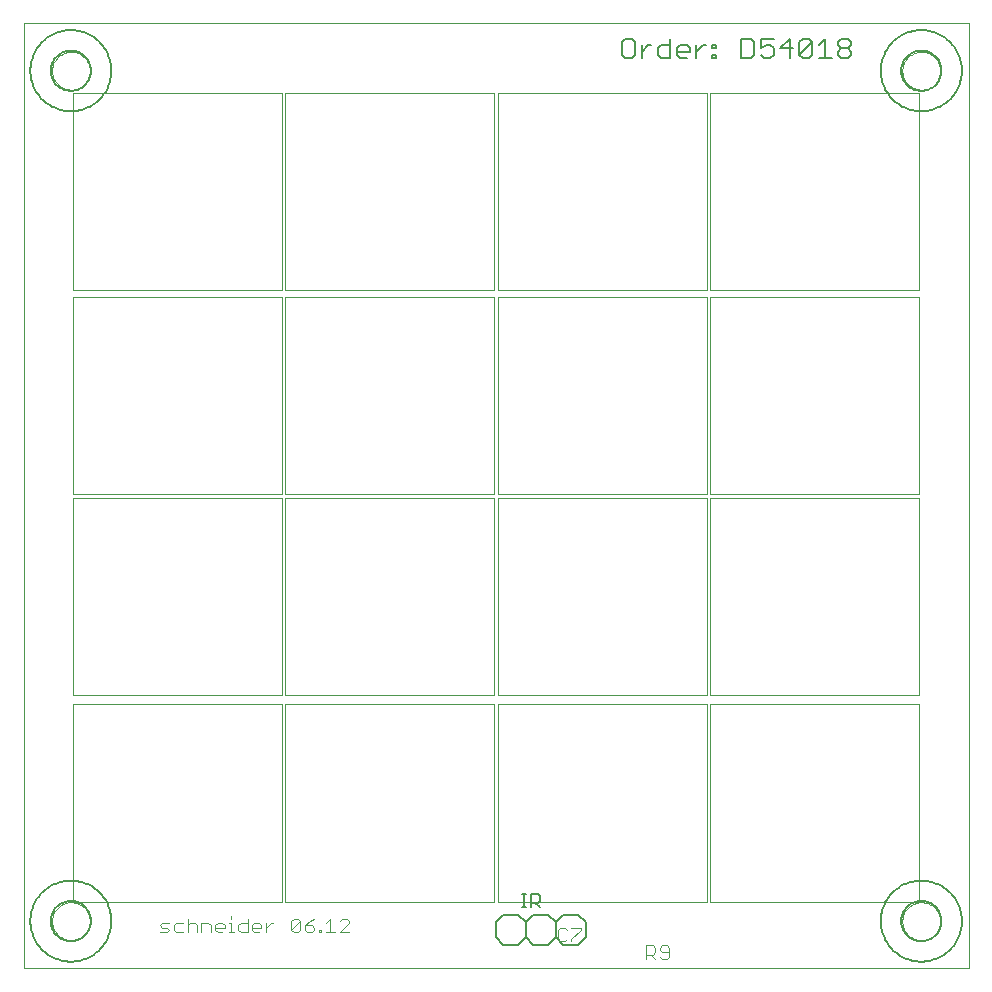
<source format=gto>
G75*
G70*
%OFA0B0*%
%FSLAX24Y24*%
%IPPOS*%
%LPD*%
%AMOC8*
5,1,8,0,0,1.08239X$1,22.5*
%
%ADD10C,0.0000*%
%ADD11C,0.0040*%
%ADD12C,0.0060*%
%ADD13C,0.0080*%
%ADD14C,0.0050*%
D10*
X001723Y000125D02*
X001723Y031621D01*
X033219Y031621D01*
X033219Y000125D01*
X001723Y000125D01*
X002668Y001700D02*
X002670Y001750D01*
X002676Y001800D01*
X002686Y001849D01*
X002700Y001897D01*
X002717Y001944D01*
X002738Y001989D01*
X002763Y002033D01*
X002791Y002074D01*
X002823Y002113D01*
X002857Y002150D01*
X002894Y002184D01*
X002934Y002214D01*
X002976Y002241D01*
X003020Y002265D01*
X003066Y002286D01*
X003113Y002302D01*
X003161Y002315D01*
X003211Y002324D01*
X003260Y002329D01*
X003311Y002330D01*
X003361Y002327D01*
X003410Y002320D01*
X003459Y002309D01*
X003507Y002294D01*
X003553Y002276D01*
X003598Y002254D01*
X003641Y002228D01*
X003682Y002199D01*
X003721Y002167D01*
X003757Y002132D01*
X003789Y002094D01*
X003819Y002054D01*
X003846Y002011D01*
X003869Y001967D01*
X003888Y001921D01*
X003904Y001873D01*
X003916Y001824D01*
X003924Y001775D01*
X003928Y001725D01*
X003928Y001675D01*
X003924Y001625D01*
X003916Y001576D01*
X003904Y001527D01*
X003888Y001479D01*
X003869Y001433D01*
X003846Y001389D01*
X003819Y001346D01*
X003789Y001306D01*
X003757Y001268D01*
X003721Y001233D01*
X003682Y001201D01*
X003641Y001172D01*
X003598Y001146D01*
X003553Y001124D01*
X003507Y001106D01*
X003459Y001091D01*
X003410Y001080D01*
X003361Y001073D01*
X003311Y001070D01*
X003260Y001071D01*
X003211Y001076D01*
X003161Y001085D01*
X003113Y001098D01*
X003066Y001114D01*
X003020Y001135D01*
X002976Y001159D01*
X002934Y001186D01*
X002894Y001216D01*
X002857Y001250D01*
X002823Y001287D01*
X002791Y001326D01*
X002763Y001367D01*
X002738Y001411D01*
X002717Y001456D01*
X002700Y001503D01*
X002686Y001551D01*
X002676Y001600D01*
X002670Y001650D01*
X002668Y001700D01*
X003357Y002350D02*
X003357Y008924D01*
X010325Y008924D01*
X010325Y002350D01*
X003357Y002350D01*
X010444Y002350D02*
X010444Y008924D01*
X017412Y008924D01*
X017412Y002350D01*
X010444Y002350D01*
X017530Y002350D02*
X017530Y008924D01*
X024499Y008924D01*
X024499Y002350D01*
X017530Y002350D01*
X024617Y002350D02*
X024617Y008924D01*
X031585Y008924D01*
X031585Y002350D01*
X024617Y002350D01*
X031014Y001700D02*
X031016Y001750D01*
X031022Y001800D01*
X031032Y001849D01*
X031046Y001897D01*
X031063Y001944D01*
X031084Y001989D01*
X031109Y002033D01*
X031137Y002074D01*
X031169Y002113D01*
X031203Y002150D01*
X031240Y002184D01*
X031280Y002214D01*
X031322Y002241D01*
X031366Y002265D01*
X031412Y002286D01*
X031459Y002302D01*
X031507Y002315D01*
X031557Y002324D01*
X031606Y002329D01*
X031657Y002330D01*
X031707Y002327D01*
X031756Y002320D01*
X031805Y002309D01*
X031853Y002294D01*
X031899Y002276D01*
X031944Y002254D01*
X031987Y002228D01*
X032028Y002199D01*
X032067Y002167D01*
X032103Y002132D01*
X032135Y002094D01*
X032165Y002054D01*
X032192Y002011D01*
X032215Y001967D01*
X032234Y001921D01*
X032250Y001873D01*
X032262Y001824D01*
X032270Y001775D01*
X032274Y001725D01*
X032274Y001675D01*
X032270Y001625D01*
X032262Y001576D01*
X032250Y001527D01*
X032234Y001479D01*
X032215Y001433D01*
X032192Y001389D01*
X032165Y001346D01*
X032135Y001306D01*
X032103Y001268D01*
X032067Y001233D01*
X032028Y001201D01*
X031987Y001172D01*
X031944Y001146D01*
X031899Y001124D01*
X031853Y001106D01*
X031805Y001091D01*
X031756Y001080D01*
X031707Y001073D01*
X031657Y001070D01*
X031606Y001071D01*
X031557Y001076D01*
X031507Y001085D01*
X031459Y001098D01*
X031412Y001114D01*
X031366Y001135D01*
X031322Y001159D01*
X031280Y001186D01*
X031240Y001216D01*
X031203Y001250D01*
X031169Y001287D01*
X031137Y001326D01*
X031109Y001367D01*
X031084Y001411D01*
X031063Y001456D01*
X031046Y001503D01*
X031032Y001551D01*
X031022Y001600D01*
X031016Y001650D01*
X031014Y001700D01*
X031585Y009239D02*
X024617Y009239D01*
X024617Y015814D01*
X031585Y015814D01*
X031585Y009239D01*
X024499Y009239D02*
X024499Y015814D01*
X017530Y015814D01*
X017530Y009239D01*
X024499Y009239D01*
X024499Y015932D02*
X017530Y015932D01*
X017530Y022507D01*
X024499Y022507D01*
X024499Y015932D01*
X024617Y015932D02*
X024617Y022507D01*
X031585Y022507D01*
X031585Y015932D01*
X024617Y015932D01*
X024617Y022724D02*
X031585Y022724D01*
X031585Y029298D01*
X024617Y029298D01*
X024617Y022724D01*
X024499Y022724D02*
X024499Y029298D01*
X017530Y029298D01*
X017530Y022724D01*
X024499Y022724D01*
X017412Y022724D02*
X017412Y029298D01*
X010444Y029298D01*
X010444Y022724D01*
X017412Y022724D01*
X017412Y022507D02*
X010444Y022507D01*
X010444Y015932D01*
X017412Y015932D01*
X017412Y022507D01*
X010325Y022507D02*
X010325Y015932D01*
X003357Y015932D01*
X003357Y022507D01*
X010325Y022507D01*
X010325Y022724D02*
X010325Y029298D01*
X003357Y029298D01*
X003357Y022724D01*
X010325Y022724D01*
X010325Y015814D02*
X003357Y015814D01*
X003357Y009239D01*
X010325Y009239D01*
X010325Y015814D01*
X010444Y015814D02*
X010444Y009239D01*
X017412Y009239D01*
X017412Y015814D01*
X010444Y015814D01*
X002668Y030046D02*
X002670Y030096D01*
X002676Y030146D01*
X002686Y030195D01*
X002700Y030243D01*
X002717Y030290D01*
X002738Y030335D01*
X002763Y030379D01*
X002791Y030420D01*
X002823Y030459D01*
X002857Y030496D01*
X002894Y030530D01*
X002934Y030560D01*
X002976Y030587D01*
X003020Y030611D01*
X003066Y030632D01*
X003113Y030648D01*
X003161Y030661D01*
X003211Y030670D01*
X003260Y030675D01*
X003311Y030676D01*
X003361Y030673D01*
X003410Y030666D01*
X003459Y030655D01*
X003507Y030640D01*
X003553Y030622D01*
X003598Y030600D01*
X003641Y030574D01*
X003682Y030545D01*
X003721Y030513D01*
X003757Y030478D01*
X003789Y030440D01*
X003819Y030400D01*
X003846Y030357D01*
X003869Y030313D01*
X003888Y030267D01*
X003904Y030219D01*
X003916Y030170D01*
X003924Y030121D01*
X003928Y030071D01*
X003928Y030021D01*
X003924Y029971D01*
X003916Y029922D01*
X003904Y029873D01*
X003888Y029825D01*
X003869Y029779D01*
X003846Y029735D01*
X003819Y029692D01*
X003789Y029652D01*
X003757Y029614D01*
X003721Y029579D01*
X003682Y029547D01*
X003641Y029518D01*
X003598Y029492D01*
X003553Y029470D01*
X003507Y029452D01*
X003459Y029437D01*
X003410Y029426D01*
X003361Y029419D01*
X003311Y029416D01*
X003260Y029417D01*
X003211Y029422D01*
X003161Y029431D01*
X003113Y029444D01*
X003066Y029460D01*
X003020Y029481D01*
X002976Y029505D01*
X002934Y029532D01*
X002894Y029562D01*
X002857Y029596D01*
X002823Y029633D01*
X002791Y029672D01*
X002763Y029713D01*
X002738Y029757D01*
X002717Y029802D01*
X002700Y029849D01*
X002686Y029897D01*
X002676Y029946D01*
X002670Y029996D01*
X002668Y030046D01*
X031014Y030046D02*
X031016Y030096D01*
X031022Y030146D01*
X031032Y030195D01*
X031046Y030243D01*
X031063Y030290D01*
X031084Y030335D01*
X031109Y030379D01*
X031137Y030420D01*
X031169Y030459D01*
X031203Y030496D01*
X031240Y030530D01*
X031280Y030560D01*
X031322Y030587D01*
X031366Y030611D01*
X031412Y030632D01*
X031459Y030648D01*
X031507Y030661D01*
X031557Y030670D01*
X031606Y030675D01*
X031657Y030676D01*
X031707Y030673D01*
X031756Y030666D01*
X031805Y030655D01*
X031853Y030640D01*
X031899Y030622D01*
X031944Y030600D01*
X031987Y030574D01*
X032028Y030545D01*
X032067Y030513D01*
X032103Y030478D01*
X032135Y030440D01*
X032165Y030400D01*
X032192Y030357D01*
X032215Y030313D01*
X032234Y030267D01*
X032250Y030219D01*
X032262Y030170D01*
X032270Y030121D01*
X032274Y030071D01*
X032274Y030021D01*
X032270Y029971D01*
X032262Y029922D01*
X032250Y029873D01*
X032234Y029825D01*
X032215Y029779D01*
X032192Y029735D01*
X032165Y029692D01*
X032135Y029652D01*
X032103Y029614D01*
X032067Y029579D01*
X032028Y029547D01*
X031987Y029518D01*
X031944Y029492D01*
X031899Y029470D01*
X031853Y029452D01*
X031805Y029437D01*
X031756Y029426D01*
X031707Y029419D01*
X031657Y029416D01*
X031606Y029417D01*
X031557Y029422D01*
X031507Y029431D01*
X031459Y029444D01*
X031412Y029460D01*
X031366Y029481D01*
X031322Y029505D01*
X031280Y029532D01*
X031240Y029562D01*
X031203Y029596D01*
X031169Y029633D01*
X031137Y029672D01*
X031109Y029713D01*
X031084Y029757D01*
X031063Y029802D01*
X031046Y029849D01*
X031032Y029897D01*
X031022Y029946D01*
X031016Y029996D01*
X031014Y030046D01*
D11*
X012486Y001787D02*
X012333Y001787D01*
X012256Y001710D01*
X012486Y001787D02*
X012563Y001710D01*
X012563Y001633D01*
X012256Y001326D01*
X012563Y001326D01*
X012102Y001326D02*
X011795Y001326D01*
X011642Y001326D02*
X011565Y001326D01*
X011565Y001403D01*
X011642Y001403D01*
X011642Y001326D01*
X011412Y001403D02*
X011412Y001480D01*
X011335Y001556D01*
X011105Y001556D01*
X011105Y001403D01*
X011182Y001326D01*
X011335Y001326D01*
X011412Y001403D01*
X011258Y001710D02*
X011105Y001556D01*
X010951Y001403D02*
X010875Y001326D01*
X010721Y001326D01*
X010644Y001403D01*
X010951Y001710D01*
X010951Y001403D01*
X010644Y001403D02*
X010644Y001710D01*
X010721Y001787D01*
X010875Y001787D01*
X010951Y001710D01*
X011258Y001710D02*
X011412Y001787D01*
X011795Y001633D02*
X011949Y001787D01*
X011949Y001326D01*
X010031Y001633D02*
X009954Y001633D01*
X009800Y001480D01*
X009647Y001480D02*
X009340Y001480D01*
X009340Y001556D02*
X009417Y001633D01*
X009570Y001633D01*
X009647Y001556D01*
X009647Y001480D01*
X009570Y001326D02*
X009417Y001326D01*
X009340Y001403D01*
X009340Y001556D01*
X009187Y001633D02*
X008956Y001633D01*
X008880Y001556D01*
X008880Y001403D01*
X008956Y001326D01*
X009187Y001326D01*
X009187Y001787D01*
X008649Y001787D02*
X008649Y001863D01*
X008649Y001633D02*
X008649Y001326D01*
X008573Y001326D02*
X008726Y001326D01*
X008649Y001633D02*
X008573Y001633D01*
X008419Y001556D02*
X008419Y001480D01*
X008112Y001480D01*
X008112Y001556D02*
X008189Y001633D01*
X008342Y001633D01*
X008419Y001556D01*
X008342Y001326D02*
X008189Y001326D01*
X008112Y001403D01*
X008112Y001556D01*
X007959Y001556D02*
X007882Y001633D01*
X007652Y001633D01*
X007652Y001326D01*
X007498Y001326D02*
X007498Y001556D01*
X007422Y001633D01*
X007268Y001633D01*
X007191Y001556D01*
X007038Y001633D02*
X006808Y001633D01*
X006731Y001556D01*
X006731Y001403D01*
X006808Y001326D01*
X007038Y001326D01*
X007191Y001326D02*
X007191Y001787D01*
X006578Y001633D02*
X006347Y001633D01*
X006271Y001556D01*
X006347Y001480D01*
X006501Y001480D01*
X006578Y001403D01*
X006501Y001326D01*
X006271Y001326D01*
X007959Y001326D02*
X007959Y001556D01*
X009800Y001633D02*
X009800Y001326D01*
X019523Y001407D02*
X019523Y001100D01*
X019600Y001023D01*
X019753Y001023D01*
X019830Y001100D01*
X019984Y001100D02*
X019984Y001023D01*
X019984Y001100D02*
X020290Y001407D01*
X020290Y001484D01*
X019984Y001484D01*
X019830Y001407D02*
X019753Y001484D01*
X019600Y001484D01*
X019523Y001407D01*
X022476Y000893D02*
X022476Y000433D01*
X022476Y000586D02*
X022706Y000586D01*
X022783Y000663D01*
X022783Y000816D01*
X022706Y000893D01*
X022476Y000893D01*
X022629Y000586D02*
X022783Y000433D01*
X022936Y000509D02*
X023013Y000433D01*
X023166Y000433D01*
X023243Y000509D01*
X023243Y000816D01*
X023166Y000893D01*
X023013Y000893D01*
X022936Y000816D01*
X022936Y000740D01*
X023013Y000663D01*
X023243Y000663D01*
D12*
X020467Y001155D02*
X020217Y000905D01*
X019717Y000905D01*
X019467Y001155D01*
X019217Y000905D01*
X018717Y000905D01*
X018467Y001155D01*
X018217Y000905D01*
X017717Y000905D01*
X017467Y001155D01*
X017467Y001655D01*
X017717Y001905D01*
X018217Y001905D01*
X018467Y001655D01*
X018717Y001905D01*
X019217Y001905D01*
X019467Y001655D01*
X019717Y001905D01*
X020217Y001905D01*
X020467Y001655D01*
X020467Y001155D01*
X019467Y001155D02*
X019467Y001655D01*
X018467Y001655D02*
X018467Y001155D01*
X030294Y001700D02*
X030296Y001773D01*
X030302Y001846D01*
X030312Y001918D01*
X030326Y001990D01*
X030343Y002061D01*
X030365Y002131D01*
X030390Y002200D01*
X030419Y002267D01*
X030451Y002332D01*
X030487Y002396D01*
X030527Y002458D01*
X030569Y002517D01*
X030615Y002574D01*
X030664Y002628D01*
X030716Y002680D01*
X030770Y002729D01*
X030827Y002775D01*
X030886Y002817D01*
X030948Y002857D01*
X031012Y002893D01*
X031077Y002925D01*
X031144Y002954D01*
X031213Y002979D01*
X031283Y003001D01*
X031354Y003018D01*
X031426Y003032D01*
X031498Y003042D01*
X031571Y003048D01*
X031644Y003050D01*
X031717Y003048D01*
X031790Y003042D01*
X031862Y003032D01*
X031934Y003018D01*
X032005Y003001D01*
X032075Y002979D01*
X032144Y002954D01*
X032211Y002925D01*
X032276Y002893D01*
X032340Y002857D01*
X032402Y002817D01*
X032461Y002775D01*
X032518Y002729D01*
X032572Y002680D01*
X032624Y002628D01*
X032673Y002574D01*
X032719Y002517D01*
X032761Y002458D01*
X032801Y002396D01*
X032837Y002332D01*
X032869Y002267D01*
X032898Y002200D01*
X032923Y002131D01*
X032945Y002061D01*
X032962Y001990D01*
X032976Y001918D01*
X032986Y001846D01*
X032992Y001773D01*
X032994Y001700D01*
X032992Y001627D01*
X032986Y001554D01*
X032976Y001482D01*
X032962Y001410D01*
X032945Y001339D01*
X032923Y001269D01*
X032898Y001200D01*
X032869Y001133D01*
X032837Y001068D01*
X032801Y001004D01*
X032761Y000942D01*
X032719Y000883D01*
X032673Y000826D01*
X032624Y000772D01*
X032572Y000720D01*
X032518Y000671D01*
X032461Y000625D01*
X032402Y000583D01*
X032340Y000543D01*
X032276Y000507D01*
X032211Y000475D01*
X032144Y000446D01*
X032075Y000421D01*
X032005Y000399D01*
X031934Y000382D01*
X031862Y000368D01*
X031790Y000358D01*
X031717Y000352D01*
X031644Y000350D01*
X031571Y000352D01*
X031498Y000358D01*
X031426Y000368D01*
X031354Y000382D01*
X031283Y000399D01*
X031213Y000421D01*
X031144Y000446D01*
X031077Y000475D01*
X031012Y000507D01*
X030948Y000543D01*
X030886Y000583D01*
X030827Y000625D01*
X030770Y000671D01*
X030716Y000720D01*
X030664Y000772D01*
X030615Y000826D01*
X030569Y000883D01*
X030527Y000942D01*
X030487Y001004D01*
X030451Y001068D01*
X030419Y001133D01*
X030390Y001200D01*
X030365Y001269D01*
X030343Y001339D01*
X030326Y001410D01*
X030312Y001482D01*
X030302Y001554D01*
X030296Y001627D01*
X030294Y001700D01*
X001948Y001700D02*
X001950Y001773D01*
X001956Y001846D01*
X001966Y001918D01*
X001980Y001990D01*
X001997Y002061D01*
X002019Y002131D01*
X002044Y002200D01*
X002073Y002267D01*
X002105Y002332D01*
X002141Y002396D01*
X002181Y002458D01*
X002223Y002517D01*
X002269Y002574D01*
X002318Y002628D01*
X002370Y002680D01*
X002424Y002729D01*
X002481Y002775D01*
X002540Y002817D01*
X002602Y002857D01*
X002666Y002893D01*
X002731Y002925D01*
X002798Y002954D01*
X002867Y002979D01*
X002937Y003001D01*
X003008Y003018D01*
X003080Y003032D01*
X003152Y003042D01*
X003225Y003048D01*
X003298Y003050D01*
X003371Y003048D01*
X003444Y003042D01*
X003516Y003032D01*
X003588Y003018D01*
X003659Y003001D01*
X003729Y002979D01*
X003798Y002954D01*
X003865Y002925D01*
X003930Y002893D01*
X003994Y002857D01*
X004056Y002817D01*
X004115Y002775D01*
X004172Y002729D01*
X004226Y002680D01*
X004278Y002628D01*
X004327Y002574D01*
X004373Y002517D01*
X004415Y002458D01*
X004455Y002396D01*
X004491Y002332D01*
X004523Y002267D01*
X004552Y002200D01*
X004577Y002131D01*
X004599Y002061D01*
X004616Y001990D01*
X004630Y001918D01*
X004640Y001846D01*
X004646Y001773D01*
X004648Y001700D01*
X004646Y001627D01*
X004640Y001554D01*
X004630Y001482D01*
X004616Y001410D01*
X004599Y001339D01*
X004577Y001269D01*
X004552Y001200D01*
X004523Y001133D01*
X004491Y001068D01*
X004455Y001004D01*
X004415Y000942D01*
X004373Y000883D01*
X004327Y000826D01*
X004278Y000772D01*
X004226Y000720D01*
X004172Y000671D01*
X004115Y000625D01*
X004056Y000583D01*
X003994Y000543D01*
X003930Y000507D01*
X003865Y000475D01*
X003798Y000446D01*
X003729Y000421D01*
X003659Y000399D01*
X003588Y000382D01*
X003516Y000368D01*
X003444Y000358D01*
X003371Y000352D01*
X003298Y000350D01*
X003225Y000352D01*
X003152Y000358D01*
X003080Y000368D01*
X003008Y000382D01*
X002937Y000399D01*
X002867Y000421D01*
X002798Y000446D01*
X002731Y000475D01*
X002666Y000507D01*
X002602Y000543D01*
X002540Y000583D01*
X002481Y000625D01*
X002424Y000671D01*
X002370Y000720D01*
X002318Y000772D01*
X002269Y000826D01*
X002223Y000883D01*
X002181Y000942D01*
X002141Y001004D01*
X002105Y001068D01*
X002073Y001133D01*
X002044Y001200D01*
X002019Y001269D01*
X001997Y001339D01*
X001980Y001410D01*
X001966Y001482D01*
X001956Y001554D01*
X001950Y001627D01*
X001948Y001700D01*
X001948Y030046D02*
X001950Y030119D01*
X001956Y030192D01*
X001966Y030264D01*
X001980Y030336D01*
X001997Y030407D01*
X002019Y030477D01*
X002044Y030546D01*
X002073Y030613D01*
X002105Y030678D01*
X002141Y030742D01*
X002181Y030804D01*
X002223Y030863D01*
X002269Y030920D01*
X002318Y030974D01*
X002370Y031026D01*
X002424Y031075D01*
X002481Y031121D01*
X002540Y031163D01*
X002602Y031203D01*
X002666Y031239D01*
X002731Y031271D01*
X002798Y031300D01*
X002867Y031325D01*
X002937Y031347D01*
X003008Y031364D01*
X003080Y031378D01*
X003152Y031388D01*
X003225Y031394D01*
X003298Y031396D01*
X003371Y031394D01*
X003444Y031388D01*
X003516Y031378D01*
X003588Y031364D01*
X003659Y031347D01*
X003729Y031325D01*
X003798Y031300D01*
X003865Y031271D01*
X003930Y031239D01*
X003994Y031203D01*
X004056Y031163D01*
X004115Y031121D01*
X004172Y031075D01*
X004226Y031026D01*
X004278Y030974D01*
X004327Y030920D01*
X004373Y030863D01*
X004415Y030804D01*
X004455Y030742D01*
X004491Y030678D01*
X004523Y030613D01*
X004552Y030546D01*
X004577Y030477D01*
X004599Y030407D01*
X004616Y030336D01*
X004630Y030264D01*
X004640Y030192D01*
X004646Y030119D01*
X004648Y030046D01*
X004646Y029973D01*
X004640Y029900D01*
X004630Y029828D01*
X004616Y029756D01*
X004599Y029685D01*
X004577Y029615D01*
X004552Y029546D01*
X004523Y029479D01*
X004491Y029414D01*
X004455Y029350D01*
X004415Y029288D01*
X004373Y029229D01*
X004327Y029172D01*
X004278Y029118D01*
X004226Y029066D01*
X004172Y029017D01*
X004115Y028971D01*
X004056Y028929D01*
X003994Y028889D01*
X003930Y028853D01*
X003865Y028821D01*
X003798Y028792D01*
X003729Y028767D01*
X003659Y028745D01*
X003588Y028728D01*
X003516Y028714D01*
X003444Y028704D01*
X003371Y028698D01*
X003298Y028696D01*
X003225Y028698D01*
X003152Y028704D01*
X003080Y028714D01*
X003008Y028728D01*
X002937Y028745D01*
X002867Y028767D01*
X002798Y028792D01*
X002731Y028821D01*
X002666Y028853D01*
X002602Y028889D01*
X002540Y028929D01*
X002481Y028971D01*
X002424Y029017D01*
X002370Y029066D01*
X002318Y029118D01*
X002269Y029172D01*
X002223Y029229D01*
X002181Y029288D01*
X002141Y029350D01*
X002105Y029414D01*
X002073Y029479D01*
X002044Y029546D01*
X002019Y029615D01*
X001997Y029685D01*
X001980Y029756D01*
X001966Y029828D01*
X001956Y029900D01*
X001950Y029973D01*
X001948Y030046D01*
X021674Y030577D02*
X021781Y030470D01*
X021995Y030470D01*
X022101Y030577D01*
X022101Y031004D01*
X021995Y031111D01*
X021781Y031111D01*
X021674Y031004D01*
X021674Y030577D01*
X022319Y030684D02*
X022532Y030897D01*
X022639Y030897D01*
X022856Y030790D02*
X022963Y030897D01*
X023283Y030897D01*
X023283Y031111D02*
X023283Y030470D01*
X022963Y030470D01*
X022856Y030577D01*
X022856Y030790D01*
X022319Y030897D02*
X022319Y030470D01*
X023501Y030577D02*
X023607Y030470D01*
X023821Y030470D01*
X023928Y030684D02*
X023501Y030684D01*
X023501Y030790D02*
X023607Y030897D01*
X023821Y030897D01*
X023928Y030790D01*
X023928Y030684D01*
X024145Y030684D02*
X024359Y030897D01*
X024465Y030897D01*
X024682Y030897D02*
X024682Y030790D01*
X024789Y030790D01*
X024789Y030897D01*
X024682Y030897D01*
X024682Y030577D02*
X024682Y030470D01*
X024789Y030470D01*
X024789Y030577D01*
X024682Y030577D01*
X024145Y030470D02*
X024145Y030897D01*
X023501Y030790D02*
X023501Y030577D01*
X025649Y030470D02*
X025969Y030470D01*
X026076Y030577D01*
X026076Y031004D01*
X025969Y031111D01*
X025649Y031111D01*
X025649Y030470D01*
X026294Y030577D02*
X026400Y030470D01*
X026614Y030470D01*
X026721Y030577D01*
X026721Y030790D01*
X026614Y030897D01*
X026507Y030897D01*
X026294Y030790D01*
X026294Y031111D01*
X026721Y031111D01*
X026938Y030790D02*
X027365Y030790D01*
X027583Y030577D02*
X028010Y031004D01*
X028010Y030577D01*
X027903Y030470D01*
X027690Y030470D01*
X027583Y030577D01*
X027583Y031004D01*
X027690Y031111D01*
X027903Y031111D01*
X028010Y031004D01*
X028227Y030897D02*
X028441Y031111D01*
X028441Y030470D01*
X028654Y030470D02*
X028227Y030470D01*
X028872Y030577D02*
X028979Y030470D01*
X029192Y030470D01*
X029299Y030577D01*
X029299Y030684D01*
X029192Y030790D01*
X028979Y030790D01*
X028872Y030897D01*
X028872Y031004D01*
X028979Y031111D01*
X029192Y031111D01*
X029299Y031004D01*
X029299Y030897D01*
X029192Y030790D01*
X028979Y030790D02*
X028872Y030684D01*
X028872Y030577D01*
X027258Y030470D02*
X027258Y031111D01*
X026938Y030790D01*
X030294Y030046D02*
X030296Y030119D01*
X030302Y030192D01*
X030312Y030264D01*
X030326Y030336D01*
X030343Y030407D01*
X030365Y030477D01*
X030390Y030546D01*
X030419Y030613D01*
X030451Y030678D01*
X030487Y030742D01*
X030527Y030804D01*
X030569Y030863D01*
X030615Y030920D01*
X030664Y030974D01*
X030716Y031026D01*
X030770Y031075D01*
X030827Y031121D01*
X030886Y031163D01*
X030948Y031203D01*
X031012Y031239D01*
X031077Y031271D01*
X031144Y031300D01*
X031213Y031325D01*
X031283Y031347D01*
X031354Y031364D01*
X031426Y031378D01*
X031498Y031388D01*
X031571Y031394D01*
X031644Y031396D01*
X031717Y031394D01*
X031790Y031388D01*
X031862Y031378D01*
X031934Y031364D01*
X032005Y031347D01*
X032075Y031325D01*
X032144Y031300D01*
X032211Y031271D01*
X032276Y031239D01*
X032340Y031203D01*
X032402Y031163D01*
X032461Y031121D01*
X032518Y031075D01*
X032572Y031026D01*
X032624Y030974D01*
X032673Y030920D01*
X032719Y030863D01*
X032761Y030804D01*
X032801Y030742D01*
X032837Y030678D01*
X032869Y030613D01*
X032898Y030546D01*
X032923Y030477D01*
X032945Y030407D01*
X032962Y030336D01*
X032976Y030264D01*
X032986Y030192D01*
X032992Y030119D01*
X032994Y030046D01*
X032992Y029973D01*
X032986Y029900D01*
X032976Y029828D01*
X032962Y029756D01*
X032945Y029685D01*
X032923Y029615D01*
X032898Y029546D01*
X032869Y029479D01*
X032837Y029414D01*
X032801Y029350D01*
X032761Y029288D01*
X032719Y029229D01*
X032673Y029172D01*
X032624Y029118D01*
X032572Y029066D01*
X032518Y029017D01*
X032461Y028971D01*
X032402Y028929D01*
X032340Y028889D01*
X032276Y028853D01*
X032211Y028821D01*
X032144Y028792D01*
X032075Y028767D01*
X032005Y028745D01*
X031934Y028728D01*
X031862Y028714D01*
X031790Y028704D01*
X031717Y028698D01*
X031644Y028696D01*
X031571Y028698D01*
X031498Y028704D01*
X031426Y028714D01*
X031354Y028728D01*
X031283Y028745D01*
X031213Y028767D01*
X031144Y028792D01*
X031077Y028821D01*
X031012Y028853D01*
X030948Y028889D01*
X030886Y028929D01*
X030827Y028971D01*
X030770Y029017D01*
X030716Y029066D01*
X030664Y029118D01*
X030615Y029172D01*
X030569Y029229D01*
X030527Y029288D01*
X030487Y029350D01*
X030451Y029414D01*
X030419Y029479D01*
X030390Y029546D01*
X030365Y029615D01*
X030343Y029685D01*
X030326Y029756D01*
X030312Y029828D01*
X030302Y029900D01*
X030296Y029973D01*
X030294Y030046D01*
D13*
X030975Y030046D02*
X030977Y030097D01*
X030983Y030148D01*
X030993Y030198D01*
X031006Y030248D01*
X031024Y030296D01*
X031044Y030343D01*
X031069Y030388D01*
X031097Y030431D01*
X031128Y030472D01*
X031162Y030510D01*
X031199Y030545D01*
X031238Y030578D01*
X031280Y030608D01*
X031324Y030634D01*
X031370Y030656D01*
X031418Y030676D01*
X031467Y030691D01*
X031517Y030703D01*
X031567Y030711D01*
X031618Y030715D01*
X031670Y030715D01*
X031721Y030711D01*
X031771Y030703D01*
X031821Y030691D01*
X031870Y030676D01*
X031918Y030656D01*
X031964Y030634D01*
X032008Y030608D01*
X032050Y030578D01*
X032089Y030545D01*
X032126Y030510D01*
X032160Y030472D01*
X032191Y030431D01*
X032219Y030388D01*
X032244Y030343D01*
X032264Y030296D01*
X032282Y030248D01*
X032295Y030198D01*
X032305Y030148D01*
X032311Y030097D01*
X032313Y030046D01*
X032311Y029995D01*
X032305Y029944D01*
X032295Y029894D01*
X032282Y029844D01*
X032264Y029796D01*
X032244Y029749D01*
X032219Y029704D01*
X032191Y029661D01*
X032160Y029620D01*
X032126Y029582D01*
X032089Y029547D01*
X032050Y029514D01*
X032008Y029484D01*
X031964Y029458D01*
X031918Y029436D01*
X031870Y029416D01*
X031821Y029401D01*
X031771Y029389D01*
X031721Y029381D01*
X031670Y029377D01*
X031618Y029377D01*
X031567Y029381D01*
X031517Y029389D01*
X031467Y029401D01*
X031418Y029416D01*
X031370Y029436D01*
X031324Y029458D01*
X031280Y029484D01*
X031238Y029514D01*
X031199Y029547D01*
X031162Y029582D01*
X031128Y029620D01*
X031097Y029661D01*
X031069Y029704D01*
X031044Y029749D01*
X031024Y029796D01*
X031006Y029844D01*
X030993Y029894D01*
X030983Y029944D01*
X030977Y029995D01*
X030975Y030046D01*
X002629Y030046D02*
X002631Y030097D01*
X002637Y030148D01*
X002647Y030198D01*
X002660Y030248D01*
X002678Y030296D01*
X002698Y030343D01*
X002723Y030388D01*
X002751Y030431D01*
X002782Y030472D01*
X002816Y030510D01*
X002853Y030545D01*
X002892Y030578D01*
X002934Y030608D01*
X002978Y030634D01*
X003024Y030656D01*
X003072Y030676D01*
X003121Y030691D01*
X003171Y030703D01*
X003221Y030711D01*
X003272Y030715D01*
X003324Y030715D01*
X003375Y030711D01*
X003425Y030703D01*
X003475Y030691D01*
X003524Y030676D01*
X003572Y030656D01*
X003618Y030634D01*
X003662Y030608D01*
X003704Y030578D01*
X003743Y030545D01*
X003780Y030510D01*
X003814Y030472D01*
X003845Y030431D01*
X003873Y030388D01*
X003898Y030343D01*
X003918Y030296D01*
X003936Y030248D01*
X003949Y030198D01*
X003959Y030148D01*
X003965Y030097D01*
X003967Y030046D01*
X003965Y029995D01*
X003959Y029944D01*
X003949Y029894D01*
X003936Y029844D01*
X003918Y029796D01*
X003898Y029749D01*
X003873Y029704D01*
X003845Y029661D01*
X003814Y029620D01*
X003780Y029582D01*
X003743Y029547D01*
X003704Y029514D01*
X003662Y029484D01*
X003618Y029458D01*
X003572Y029436D01*
X003524Y029416D01*
X003475Y029401D01*
X003425Y029389D01*
X003375Y029381D01*
X003324Y029377D01*
X003272Y029377D01*
X003221Y029381D01*
X003171Y029389D01*
X003121Y029401D01*
X003072Y029416D01*
X003024Y029436D01*
X002978Y029458D01*
X002934Y029484D01*
X002892Y029514D01*
X002853Y029547D01*
X002816Y029582D01*
X002782Y029620D01*
X002751Y029661D01*
X002723Y029704D01*
X002698Y029749D01*
X002678Y029796D01*
X002660Y029844D01*
X002647Y029894D01*
X002637Y029944D01*
X002631Y029995D01*
X002629Y030046D01*
X002629Y001700D02*
X002631Y001751D01*
X002637Y001802D01*
X002647Y001852D01*
X002660Y001902D01*
X002678Y001950D01*
X002698Y001997D01*
X002723Y002042D01*
X002751Y002085D01*
X002782Y002126D01*
X002816Y002164D01*
X002853Y002199D01*
X002892Y002232D01*
X002934Y002262D01*
X002978Y002288D01*
X003024Y002310D01*
X003072Y002330D01*
X003121Y002345D01*
X003171Y002357D01*
X003221Y002365D01*
X003272Y002369D01*
X003324Y002369D01*
X003375Y002365D01*
X003425Y002357D01*
X003475Y002345D01*
X003524Y002330D01*
X003572Y002310D01*
X003618Y002288D01*
X003662Y002262D01*
X003704Y002232D01*
X003743Y002199D01*
X003780Y002164D01*
X003814Y002126D01*
X003845Y002085D01*
X003873Y002042D01*
X003898Y001997D01*
X003918Y001950D01*
X003936Y001902D01*
X003949Y001852D01*
X003959Y001802D01*
X003965Y001751D01*
X003967Y001700D01*
X003965Y001649D01*
X003959Y001598D01*
X003949Y001548D01*
X003936Y001498D01*
X003918Y001450D01*
X003898Y001403D01*
X003873Y001358D01*
X003845Y001315D01*
X003814Y001274D01*
X003780Y001236D01*
X003743Y001201D01*
X003704Y001168D01*
X003662Y001138D01*
X003618Y001112D01*
X003572Y001090D01*
X003524Y001070D01*
X003475Y001055D01*
X003425Y001043D01*
X003375Y001035D01*
X003324Y001031D01*
X003272Y001031D01*
X003221Y001035D01*
X003171Y001043D01*
X003121Y001055D01*
X003072Y001070D01*
X003024Y001090D01*
X002978Y001112D01*
X002934Y001138D01*
X002892Y001168D01*
X002853Y001201D01*
X002816Y001236D01*
X002782Y001274D01*
X002751Y001315D01*
X002723Y001358D01*
X002698Y001403D01*
X002678Y001450D01*
X002660Y001498D01*
X002647Y001548D01*
X002637Y001598D01*
X002631Y001649D01*
X002629Y001700D01*
X030975Y001700D02*
X030977Y001751D01*
X030983Y001802D01*
X030993Y001852D01*
X031006Y001902D01*
X031024Y001950D01*
X031044Y001997D01*
X031069Y002042D01*
X031097Y002085D01*
X031128Y002126D01*
X031162Y002164D01*
X031199Y002199D01*
X031238Y002232D01*
X031280Y002262D01*
X031324Y002288D01*
X031370Y002310D01*
X031418Y002330D01*
X031467Y002345D01*
X031517Y002357D01*
X031567Y002365D01*
X031618Y002369D01*
X031670Y002369D01*
X031721Y002365D01*
X031771Y002357D01*
X031821Y002345D01*
X031870Y002330D01*
X031918Y002310D01*
X031964Y002288D01*
X032008Y002262D01*
X032050Y002232D01*
X032089Y002199D01*
X032126Y002164D01*
X032160Y002126D01*
X032191Y002085D01*
X032219Y002042D01*
X032244Y001997D01*
X032264Y001950D01*
X032282Y001902D01*
X032295Y001852D01*
X032305Y001802D01*
X032311Y001751D01*
X032313Y001700D01*
X032311Y001649D01*
X032305Y001598D01*
X032295Y001548D01*
X032282Y001498D01*
X032264Y001450D01*
X032244Y001403D01*
X032219Y001358D01*
X032191Y001315D01*
X032160Y001274D01*
X032126Y001236D01*
X032089Y001201D01*
X032050Y001168D01*
X032008Y001138D01*
X031964Y001112D01*
X031918Y001090D01*
X031870Y001070D01*
X031821Y001055D01*
X031771Y001043D01*
X031721Y001035D01*
X031670Y001031D01*
X031618Y001031D01*
X031567Y001035D01*
X031517Y001043D01*
X031467Y001055D01*
X031418Y001070D01*
X031370Y001090D01*
X031324Y001112D01*
X031280Y001138D01*
X031238Y001168D01*
X031199Y001201D01*
X031162Y001236D01*
X031128Y001274D01*
X031097Y001315D01*
X031069Y001358D01*
X031044Y001403D01*
X031024Y001450D01*
X031006Y001498D01*
X030993Y001548D01*
X030983Y001598D01*
X030977Y001649D01*
X030975Y001700D01*
D14*
X018930Y002158D02*
X018780Y002308D01*
X018855Y002308D02*
X018630Y002308D01*
X018630Y002158D02*
X018630Y002608D01*
X018855Y002608D01*
X018930Y002533D01*
X018930Y002383D01*
X018855Y002308D01*
X018473Y002158D02*
X018323Y002158D01*
X018398Y002158D02*
X018398Y002608D01*
X018323Y002608D02*
X018473Y002608D01*
M02*

</source>
